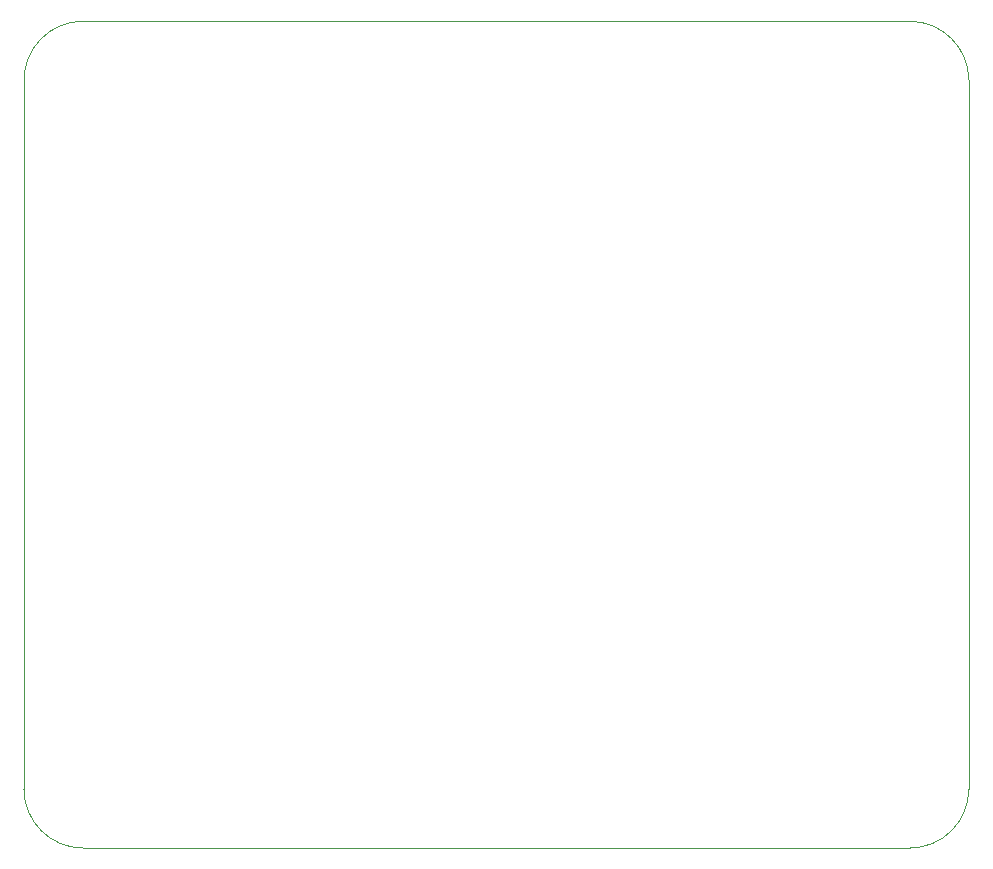
<source format=gbr>
%TF.GenerationSoftware,KiCad,Pcbnew,(5.1.9)-1*%
%TF.CreationDate,2021-08-09T23:15:38-02:30*%
%TF.ProjectId,Electris,456c6563-7472-4697-932e-6b696361645f,A*%
%TF.SameCoordinates,Original*%
%TF.FileFunction,Profile,NP*%
%FSLAX46Y46*%
G04 Gerber Fmt 4.6, Leading zero omitted, Abs format (unit mm)*
G04 Created by KiCad (PCBNEW (5.1.9)-1) date 2021-08-09 23:15:38*
%MOMM*%
%LPD*%
G01*
G04 APERTURE LIST*
%TA.AperFunction,Profile*%
%ADD10C,0.050000*%
%TD*%
G04 APERTURE END LIST*
D10*
X155000000Y-34250000D02*
G75*
G02*
X160000000Y-29250000I5000000J0D01*
G01*
X160000000Y-99250000D02*
G75*
G02*
X155000000Y-94250000I0J5000000D01*
G01*
X235000000Y-94250000D02*
G75*
G02*
X230000000Y-99250000I-5000000J0D01*
G01*
X230000000Y-29250000D02*
G75*
G02*
X235000000Y-34250000I0J-5000000D01*
G01*
X230000000Y-99250000D02*
X160000000Y-99250000D01*
X235000000Y-34250000D02*
X235000000Y-94250000D01*
X160000000Y-29250000D02*
X230000000Y-29250000D01*
X155000000Y-34250000D02*
X155000000Y-94250000D01*
M02*

</source>
